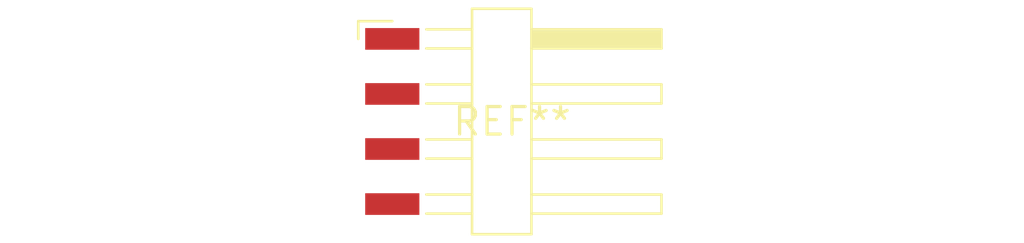
<source format=kicad_pcb>
(kicad_pcb (version 20240108) (generator pcbnew)
  (layers (0 "F.Cu" signal) (31 "B.Cu" signal) (34 "B.Paste" user) (35 "F.Paste" user) (36 "B.SilkS" user "B.Silkscreen") (37 "F.SilkS" user "F.Silkscreen") (38 "B.Mask" user) (39 "F.Mask" user) (44 "Edge.Cuts" user))
  (net 0 "")
  (footprint "Harwin_M20-89004xx_1x04_P2.54mm_Horizontal" (layer "F.Cu") (at 0 0)
    (property "Reference" "REF**")
    (property "Value" "Harwin_M20-89004xx_1x04_P2.54mm_Horizontal")
    (fp_line (start -7.095 -4.63) (end -5.525 -4.63) (layer "F.SilkS") (stroke (width 0.12)))
    (fp_line (start -7.095 -3.81) (end -7.095 -4.63) (layer "F.SilkS") (stroke (width 0.12)))
    (fp_line (start -3.955 -4.25) (end -1.845 -4.25) (layer "F.SilkS") (stroke (width 0.12)))
    (fp_line (start -3.955 -3.37) (end -1.845 -3.37) (layer "F.SilkS") (stroke (width 0.12)))
    (fp_line (start -3.955 -1.71) (end -1.845 -1.71) (layer "F.SilkS") (stroke (width 0.12)))
    (fp_line (start -3.955 -0.83) (end -1.845 -0.83) (layer "F.SilkS") (stroke (width 0.12)))
    (fp_line (start -3.955 0.83) (end -1.845 0.83) (layer "F.SilkS") (stroke (width 0.12)))
    (fp_line (start -3.955 1.71) (end -1.845 1.71) (layer "F.SilkS") (stroke (width 0.12)))
    (fp_line (start -3.955 3.37) (end -1.845 3.37) (layer "F.SilkS") (stroke (width 0.12)))
    (fp_line (start -3.955 4.25) (end -1.845 4.25) (layer "F.SilkS") (stroke (width 0.12)))
    (fp_line (start -1.845 -5.2) (end 0.895 -5.2) (layer "F.SilkS") (stroke (width 0.12)))
    (fp_line (start -1.845 5.2) (end -1.845 -5.2) (layer "F.SilkS") (stroke (width 0.12)))
    (fp_line (start 0.895 -5.2) (end 0.895 5.2) (layer "F.SilkS") (stroke (width 0.12)))
    (fp_line (start 0.895 -4.25) (end 6.895 -4.25) (layer "F.SilkS") (stroke (width 0.12)))
    (fp_line (start 0.895 -1.71) (end 6.895 -1.71) (layer "F.SilkS") (stroke (width 0.12)))
    (fp_line (start 0.895 0.83) (end 6.895 0.83) (layer "F.SilkS") (stroke (width 0.12)))
    (fp_line (start 0.895 3.37) (end 6.895 3.37) (layer "F.SilkS") (stroke (width 0.12)))
    (fp_line (start 0.895 5.2) (end -1.845 5.2) (layer "F.SilkS") (stroke (width 0.12)))
    (fp_line (start 6.895 -4.25) (end 6.895 -3.37) (layer "F.SilkS") (stroke (width 0.12)))
    (fp_line (start 6.895 -3.37) (end 0.895 -3.37) (layer "F.SilkS") (stroke (width 0.12)))
    (fp_line (start 6.895 -1.71) (end 6.895 -0.83) (layer "F.SilkS") (stroke (width 0.12)))
    (fp_line (start 6.895 -0.83) (end 0.895 -0.83) (layer "F.SilkS") (stroke (width 0.12)))
    (fp_line (start 6.895 0.83) (end 6.895 1.71) (layer "F.SilkS") (stroke (width 0.12)))
    (fp_line (start 6.895 1.71) (end 0.895 1.71) (layer "F.SilkS") (stroke (width 0.12)))
    (fp_line (start 6.895 3.37) (end 6.895 4.25) (layer "F.SilkS") (stroke (width 0.12)))
    (fp_line (start 6.895 4.25) (end 0.895 4.25) (layer "F.SilkS") (stroke (width 0.12)))
    (pad "" smd rect (at 3.895 -3.81) (size 6 0.76) (layers "F.SilkS"))
    (pad "1" smd rect (at -5.525 -3.81) (size 2.5 1) (layers "F.Cu" "F.Paste" "F.Mask"))
    (pad "2" smd rect (at -5.525 -1.27) (size 2.5 1) (layers "F.Cu" "F.Paste" "F.Mask"))
    (pad "3" smd rect (at -5.525 1.27) (size 2.5 1) (layers "F.Cu" "F.Paste" "F.Mask"))
    (pad "4" smd rect (at -5.525 3.81) (size 2.5 1) (layers "F.Cu" "F.Paste" "F.Mask"))
  )
)
</source>
